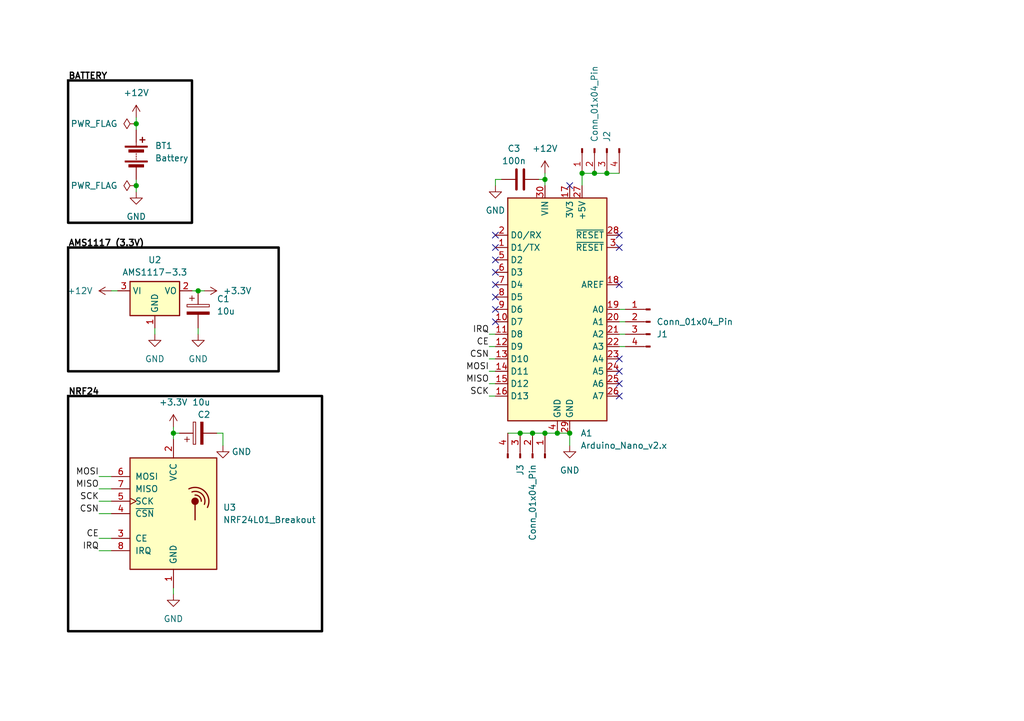
<source format=kicad_sch>
(kicad_sch (version 20230121) (generator eeschema)
  (paper "A5")
  (title_block (title "Arduino Nano Radio Transmitter") (date "2023-09-21") (rev "0") (company "N/A") (comment 1 "N/A"))
  (lib_symbols
    (symbol "Connector:Conn_01x04_Pin" (pin_names (offset 1.016) hide)
      (property "Reference" "J" (at 0 5.08 0))
      (property "Value" "Conn_01x04_Pin" (at 0 -7.62 0))
      (symbol "Conn_01x04_Pin_1_1"
        (polyline (pts (xy 1.27 -5.08) (xy 0.8636 -5.08)) (stroke (width 0.1524)))
        (polyline (pts (xy 1.27 -2.54) (xy 0.8636 -2.54)) (stroke (width 0.1524)))
        (polyline (pts (xy 1.27 0) (xy 0.8636 0)) (stroke (width 0.1524)))
        (polyline (pts (xy 1.27 2.54) (xy 0.8636 2.54)) (stroke (width 0.1524)))
        (rectangle (start 0.8636 -4.953) (end 0 -5.207) (stroke (width 0.1524)) (fill (type outline)))
        (rectangle (start 0.8636 -2.413) (end 0 -2.667) (stroke (width 0.1524)) (fill (type outline)))
        (rectangle (start 0.8636 0.127) (end 0 -0.127) (stroke (width 0.1524)) (fill (type outline)))
        (rectangle (start 0.8636 2.667) (end 0 2.413) (stroke (width 0.1524)) (fill (type outline)))
        (pin passive line (at 5.08 2.54 180) (length 3.81) (name "Pin_1") (number "1"))
        (pin passive line (at 5.08 0 180) (length 3.81) (name "Pin_2") (number "2"))
        (pin passive line (at 5.08 -2.54 180) (length 3.81) (name "Pin_3") (number "3"))
        (pin passive line (at 5.08 -5.08 180) (length 3.81) (name "Pin_4") (number "4"))
      )
    )
    (symbol "Device:Battery" (pin_numbers hide) (pin_names (offset 0) hide)
      (property "Reference" "BT" (at 2.54 2.54 0))
      (property "Value" "Battery" (at 2.54 0 0))
      (symbol "Battery_0_1"
        (rectangle (start -2.286 -1.27) (end 2.286 -1.524) (fill (type outline)))
        (rectangle (start -2.286 1.778) (end 2.286 1.524) (fill (type outline)))
        (rectangle (start -1.524 -2.032) (end 1.524 -2.54) (fill (type outline)))
        (rectangle (start -1.524 1.016) (end 1.524 0.508) (fill (type outline)))
        (polyline (pts (xy 0 -1.016) (xy 0 -0.762)))
        (polyline (pts (xy 0 -0.508) (xy 0 -0.254)))
        (polyline (pts (xy 0 0) (xy 0 0.254)))
        (polyline (pts (xy 0 1.778) (xy 0 2.54)))
        (polyline (pts (xy 0.762 3.048) (xy 1.778 3.048)) (stroke (width 0.254)))
        (polyline (pts (xy 1.27 3.556) (xy 1.27 2.54)) (stroke (width 0.254)))
      )
      (symbol "Battery_1_1"
        (pin passive line (at 0 5.08 270) (length 2.54) (name "+") (number "1"))
        (pin passive line (at 0 -5.08 90) (length 2.54) (name "-") (number "2"))
      )
    )
    (symbol "Device:C" (pin_numbers hide) (pin_names (offset 0.254))
      (property "Reference" "C" (at 0.635 2.54 0))
      (property "Value" "C" (at 0.635 -2.54 0))
      (symbol "C_0_1"
        (polyline (pts (xy -2.032 -0.762) (xy 2.032 -0.762)) (stroke (width 0.508)))
        (polyline (pts (xy -2.032 0.762) (xy 2.032 0.762)) (stroke (width 0.508)))
      )
      (symbol "C_1_1"
        (pin passive line (at 0 3.81 270) (length 2.794) (name "~") (number "1"))
        (pin passive line (at 0 -3.81 90) (length 2.794) (name "~") (number "2"))
      )
    )
    (symbol "Device:C_Polarized" (pin_numbers hide) (pin_names (offset 0.254))
      (property "Reference" "C" (at 0.635 2.54 0))
      (property "Value" "C_Polarized" (at 0.635 -2.54 0))
      (symbol "C_Polarized_0_1"
        (rectangle (start -2.286 0.508) (end 2.286 1.016))
        (polyline (pts (xy -1.778 2.286) (xy -0.762 2.286)))
        (polyline (pts (xy -1.27 2.794) (xy -1.27 1.778)))
        (rectangle (start 2.286 -0.508) (end -2.286 -1.016) (fill (type outline)))
      )
      (symbol "C_Polarized_1_1"
        (pin passive line (at 0 3.81 270) (length 2.794) (name "~") (number "1"))
        (pin passive line (at 0 -3.81 90) (length 2.794) (name "~") (number "2"))
      )
    )
    (symbol "MCU_Module:Arduino_Nano_v2.x"
      (property "Reference" "A" (at -10.16 23.495 0))
      (property "Value" "Arduino_Nano_v2.x" (at 5.08 -24.13 0))
      (symbol "Arduino_Nano_v2.x_0_1"
        (rectangle (start -10.16 22.86) (end 10.16 -22.86) (stroke (width 0.254)) (fill (type background)))
      )
      (symbol "Arduino_Nano_v2.x_1_1"
        (pin bidirectional line (at -12.7 12.7 0) (length 2.54) (name "D1/TX") (number "1"))
        (pin bidirectional line (at -12.7 -2.54 0) (length 2.54) (name "D7") (number "10"))
        (pin bidirectional line (at -12.7 -5.08 0) (length 2.54) (name "D8") (number "11"))
        (pin bidirectional line (at -12.7 -7.62 0) (length 2.54) (name "D9") (number "12"))
        (pin bidirectional line (at -12.7 -10.16 0) (length 2.54) (name "D10") (number "13"))
        (pin bidirectional line (at -12.7 -12.7 0) (length 2.54) (name "D11") (number "14"))
        (pin bidirectional line (at -12.7 -15.24 0) (length 2.54) (name "D12") (number "15"))
        (pin bidirectional line (at -12.7 -17.78 0) (length 2.54) (name "D13") (number "16"))
        (pin power_out line (at 2.54 25.4 270) (length 2.54) (name "3V3") (number "17"))
        (pin input line (at 12.7 5.08 180) (length 2.54) (name "AREF") (number "18"))
        (pin bidirectional line (at 12.7 0 180) (length 2.54) (name "A0") (number "19"))
        (pin bidirectional line (at -12.7 15.24 0) (length 2.54) (name "D0/RX") (number "2"))
        (pin bidirectional line (at 12.7 -2.54 180) (length 2.54) (name "A1") (number "20"))
        (pin bidirectional line (at 12.7 -5.08 180) (length 2.54) (name "A2") (number "21"))
        (pin bidirectional line (at 12.7 -7.62 180) (length 2.54) (name "A3") (number "22"))
        (pin bidirectional line (at 12.7 -10.16 180) (length 2.54) (name "A4") (number "23"))
        (pin bidirectional line (at 12.7 -12.7 180) (length 2.54) (name "A5") (number "24"))
        (pin bidirectional line (at 12.7 -15.24 180) (length 2.54) (name "A6") (number "25"))
        (pin bidirectional line (at 12.7 -17.78 180) (length 2.54) (name "A7") (number "26"))
        (pin power_out line (at 5.08 25.4 270) (length 2.54) (name "+5V") (number "27"))
        (pin input line (at 12.7 15.24 180) (length 2.54) (name "~{RESET}") (number "28"))
        (pin power_in line (at 2.54 -25.4 90) (length 2.54) (name "GND") (number "29"))
        (pin input line (at 12.7 12.7 180) (length 2.54) (name "~{RESET}") (number "3"))
        (pin power_in line (at -2.54 25.4 270) (length 2.54) (name "VIN") (number "30"))
        (pin power_in line (at 0 -25.4 90) (length 2.54) (name "GND") (number "4"))
        (pin bidirectional line (at -12.7 10.16 0) (length 2.54) (name "D2") (number "5"))
        (pin bidirectional line (at -12.7 7.62 0) (length 2.54) (name "D3") (number "6"))
        (pin bidirectional line (at -12.7 5.08 0) (length 2.54) (name "D4") (number "7"))
        (pin bidirectional line (at -12.7 2.54 0) (length 2.54) (name "D5") (number "8"))
        (pin bidirectional line (at -12.7 0 0) (length 2.54) (name "D6") (number "9"))
      )
    )
    (symbol "RF:NRF24L01_Breakout" (pin_names (offset 1.016))
      (property "Reference" "U" (at -8.89 12.7 0))
      (property "Value" "NRF24L01_Breakout" (at 3.81 12.7 0))
      (symbol "NRF24L01_Breakout_0_1"
        (rectangle (start -8.89 11.43) (end 8.89 -11.43) (stroke (width 0.254)) (fill (type background)))
        (polyline (pts (xy 4.445 1.905) (xy 4.445 -1.27)) (stroke (width 0.254)))
        (circle (center 4.445 2.54) (radius 0.635) (stroke (width 0.254)) (fill (type outline)))
        (arc (start 5.715 2.54) (mid 5.3521 3.4546) (end 4.445 3.81) (stroke (width 0.254)))
        (arc (start 6.35 1.905) (mid 5.8763 3.9854) (end 3.81 4.445) (stroke (width 0.254)))
        (arc (start 6.985 1.27) (mid 6.453 4.548) (end 3.175 5.08) (stroke (width 0.254)))
      )
      (symbol "NRF24L01_Breakout_1_1"
        (pin power_in line (at 0 -15.24 90) (length 3.81) (name "GND") (number "1"))
        (pin power_in line (at 0 15.24 270) (length 3.81) (name "VCC") (number "2"))
        (pin input line (at -12.7 -5.08 0) (length 3.81) (name "CE") (number "3"))
        (pin input line (at -12.7 0 0) (length 3.81) (name "~{CSN}") (number "4"))
        (pin input clock (at -12.7 2.54 0) (length 3.81) (name "SCK") (number "5"))
        (pin input line (at -12.7 7.62 0) (length 3.81) (name "MOSI") (number "6"))
        (pin output line (at -12.7 5.08 0) (length 3.81) (name "MISO") (number "7"))
        (pin output line (at -12.7 -7.62 0) (length 3.81) (name "IRQ") (number "8"))
      )
    )
    (symbol "Regulator_Linear:AMS1117-3.3"
      (property "Reference" "U" (at -3.81 3.175 0))
      (property "Value" "AMS1117-3.3" (at 0 3.175 0))
      (symbol "AMS1117-3.3_0_1"
        (rectangle (start -5.08 -5.08) (end 5.08 1.905) (stroke (width 0.254)) (fill (type background)))
      )
      (symbol "AMS1117-3.3_1_1"
        (pin power_in line (at 0 -7.62 90) (length 2.54) (name "GND") (number "1"))
        (pin power_out line (at 7.62 0 180) (length 2.54) (name "VO") (number "2"))
        (pin power_in line (at -7.62 0 0) (length 2.54) (name "VI") (number "3"))
      )
    )
    (symbol "power:+12V" (power) (pin_names (offset 0))
      (property "Value" "+12V" (at 0 3.556 0))
      (symbol "+12V_0_1"
        (polyline (pts (xy -0.762 1.27) (xy 0 2.54)))
        (polyline (pts (xy 0 0) (xy 0 2.54)))
        (polyline (pts (xy 0 2.54) (xy 0.762 1.27)))
      )
      (symbol "+12V_1_1"
        (pin power_in line (at 0 0 90) (length 0) hide (name "+12V") (number "1"))
      )
    )
    (symbol "power:+3.3V" (power) (pin_names (offset 0))
      (property "Value" "+3.3V" (at 0 3.556 0))
      (symbol "+3.3V_0_1"
        (polyline (pts (xy -0.762 1.27) (xy 0 2.54)))
        (polyline (pts (xy 0 0) (xy 0 2.54)))
        (polyline (pts (xy 0 2.54) (xy 0.762 1.27)))
      )
      (symbol "+3.3V_1_1"
        (pin power_in line (at 0 0 90) (length 0) hide (name "+3.3V") (number "1"))
      )
    )
    (symbol "power:GND" (power) (pin_names (offset 0))
      (property "Value" "GND" (at 0 -3.81 0))
      (symbol "GND_0_1"
        (polyline (pts (xy 0 0) (xy 0 -1.27) (xy 1.27 -1.27) (xy 0 -2.54) (xy -1.27 -1.27) (xy 0 -1.27)))
      )
      (symbol "GND_1_1"
        (pin power_in line (at 0 0 270) (length 0) hide (name "GND") (number "1"))
      )
    )
    (symbol "power:PWR_FLAG" (power) (pin_numbers hide) (pin_names (offset 0) hide)
      (property "Value" "PWR_FLAG" (at 0 3.81 0))
      (symbol "PWR_FLAG_0_0"
        (pin power_out line (at 0 0 90) (length 0) (name "pwr") (number "1"))
      )
      (symbol "PWR_FLAG_0_1"
        (polyline (pts (xy 0 0) (xy 0 1.27) (xy -1.016 1.905) (xy 0 2.54) (xy 1.016 1.905) (xy 0 1.27)))
      )
    )
  )
  (junction (at 109.22 88.9))
  (junction (at 116.84 88.9))
  (junction (at 114.3 88.9))
  (junction (at 119.38 35.56))
  (junction (at 40.64 59.69))
  (junction (at 121.92 35.56))
  (junction (at 124.46 35.56))
  (junction (at 27.94 38.1))
  (junction (at 27.94 25.4))
  (junction (at 35.56 88.9))
  (junction (at 106.68 88.9))
  (junction (at 111.76 88.9))
  (junction (at 111.76 36.83))
  (no_connect (at 101.6 58.42))
  (no_connect (at 101.6 66.04))
  (no_connect (at 101.6 63.5))
  (no_connect (at 127 76.2))
  (no_connect (at 127 50.8))
  (no_connect (at 101.6 50.8))
  (no_connect (at 101.6 53.34))
  (no_connect (at 101.6 60.96))
  (no_connect (at 101.6 48.26))
  (no_connect (at 127 73.66))
  (no_connect (at 127 48.26))
  (no_connect (at 127 58.42))
  (no_connect (at 116.84 38.1))
  (no_connect (at 127 78.74))
  (no_connect (at 127 81.28))
  (no_connect (at 101.6 55.88))
  (wire (pts (xy 119.38 35.56) (xy 119.38 38.1)))
  (wire (pts (xy 20.32 105.41) (xy 22.86 105.41)))
  (wire (pts (xy 40.64 59.69) (xy 41.91 59.69)))
  (wire (pts (xy 44.45 88.9) (xy 45.72 88.9)))
  (wire (pts (xy 116.84 88.9) (xy 116.84 91.44)))
  (wire (pts (xy 20.32 110.49) (xy 22.86 110.49)))
  (wire (pts (xy 100.33 76.2) (xy 101.6 76.2)))
  (wire (pts (xy 119.38 35.56) (xy 121.92 35.56)))
  (wire (pts (xy 20.32 97.79) (xy 22.86 97.79)))
  (wire (pts (xy 110.49 36.83) (xy 111.76 36.83)))
  (wire (pts (xy 20.32 113.03) (xy 22.86 113.03)))
  (wire (pts (xy 27.94 38.1) (xy 27.94 39.37)))
  (wire (pts (xy 111.76 88.9) (xy 109.22 88.9)))
  (wire (pts (xy 100.33 73.66) (xy 101.6 73.66)))
  (wire (pts (xy 111.76 88.9) (xy 114.3 88.9)))
  (wire (pts (xy 111.76 35.56) (xy 111.76 36.83)))
  (wire (pts (xy 127 63.5) (xy 128.27 63.5)))
  (wire (pts (xy 127 68.58) (xy 128.27 68.58)))
  (wire (pts (xy 114.3 88.9) (xy 116.84 88.9)))
  (wire (pts (xy 100.33 68.58) (xy 101.6 68.58)))
  (wire (pts (xy 27.94 25.4) (xy 27.94 26.67)))
  (wire (pts (xy 39.37 59.69) (xy 40.64 59.69)))
  (wire (pts (xy 111.76 36.83) (xy 111.76 38.1)))
  (wire (pts (xy 27.94 24.13) (xy 27.94 25.4)))
  (wire (pts (xy 127 71.12) (xy 128.27 71.12)))
  (wire (pts (xy 35.56 88.9) (xy 35.56 90.17)))
  (wire (pts (xy 35.56 88.9) (xy 36.83 88.9)))
  (wire (pts (xy 102.87 36.83) (xy 101.6 36.83)))
  (wire (pts (xy 127 66.04) (xy 128.27 66.04)))
  (wire (pts (xy 101.6 36.83) (xy 101.6 38.1)))
  (wire (pts (xy 20.32 100.33) (xy 22.86 100.33)))
  (wire (pts (xy 31.75 67.31) (xy 31.75 68.58)))
  (wire (pts (xy 106.68 88.9) (xy 104.14 88.9)))
  (wire (pts (xy 40.64 68.58) (xy 40.64 67.31)))
  (wire (pts (xy 100.33 81.28) (xy 101.6 81.28)))
  (wire (pts (xy 121.92 35.56) (xy 124.46 35.56)))
  (wire (pts (xy 100.33 71.12) (xy 101.6 71.12)))
  (wire (pts (xy 20.32 102.87) (xy 22.86 102.87)))
  (wire (pts (xy 109.22 88.9) (xy 106.68 88.9)))
  (wire (pts (xy 35.56 87.63) (xy 35.56 88.9)))
  (wire (pts (xy 124.46 35.56) (xy 127 35.56)))
  (wire (pts (xy 27.94 36.83) (xy 27.94 38.1)))
  (wire (pts (xy 45.72 88.9) (xy 45.72 91.44)))
  (wire (pts (xy 35.56 120.65) (xy 35.56 121.92)))
  (wire (pts (xy 22.86 59.69) (xy 24.13 59.69)))
  (wire (pts (xy 100.33 78.74) (xy 101.6 78.74)))
  (rectangle (start 13.97 81.28) (end 66.04 129.54) (stroke (width 0.5) (color 0 0 0 1)))
  (rectangle (start 13.97 50.8) (end 57.15 76.2) (stroke (width 0.5) (color 0 0 0 1)))
  (rectangle (start 13.97 16.51) (end 39.37 45.72) (stroke (width 0.5) (color 0 0 0 1)))
  (text "BATTERY" (at 13.97 16.51 0) (effects (font (size 1.27 1.27) (thickness 0.254) bold) (justify left bottom)))
  (text "NRF24" (at 13.97 81.28 0) (effects (font (size 1.27 1.27) (thickness 0.254) bold) (justify left bottom)))
  (text "AMS1117 (3.3V)" (at 13.97 50.8 0) (effects (font (size 1.27 1.27) (thickness 0.254) bold) (justify left bottom)))
  (label "MOSI" (at 20.32 97.79 180))
  (label "SCK" (at 100.33 81.28 180))
  (label "IRQ" (at 100.33 68.58 180))
  (label "IRQ" (at 20.32 113.03 180))
  (label "MISO" (at 20.32 100.33 180))
  (label "CSN" (at 20.32 105.41 180))
  (label "CE" (at 100.33 71.12 180))
  (label "MOSI" (at 100.33 76.2 180))
  (label "CSN" (at 100.33 73.66 180))
  (label "CE" (at 20.32 110.49 180))
  (label "MISO" (at 100.33 78.74 180))
  (label "SCK" (at 20.32 102.87 180))
  (symbol (lib_id "power:+12V") (at 111.76 35.56 0) (unit 1)
    (property "Reference" "#PWR09" (effects hide))
    (property "Value" "+12V" (at 111.76 30.48 0))
  )
  (symbol (lib_id "Regulator_Linear:AMS1117-3.3") (at 31.75 59.69 0) (unit 1)
    (property "Reference" "U2" (at 31.75 53.34 0))
    (property "Value" "AMS1117-3.3" (at 31.75 55.88 0))
    (property "Footprint" "Connector_PinSocket_2.54mm:PinSocket_1x03_P2.54mm_Vertical" (effects hide))
    (property "Datasheet" "http://www.advanced-monolithic.com/pdf/ds1117.pdf" (effects hide))
  )
  (symbol (lib_id "power:GND") (at 27.94 39.37 0) (unit 1)
    (property "Reference" "#PWR02" (effects hide))
    (property "Value" "GND" (at 27.94 44.45 0))
  )
  (symbol (lib_id "power:GND") (at 31.75 68.58 0) (unit 1)
    (property "Reference" "#PWR03" (effects hide))
    (property "Value" "GND" (at 31.75 73.66 0))
  )
  (symbol (lib_id "Device:Battery") (at 27.94 31.75 0) (unit 1)
    (property "Reference" "BT1" (at 31.75 29.9085 0) (effects (justify left)))
    (property "Value" "Battery" (at 31.75 32.4485 0) (effects (justify left)))
    (property "Footprint" "Connector_PinHeader_2.54mm:PinHeader_1x02_P2.54mm_Vertical" (effects hide))
  )
  (symbol (lib_id "Device:C") (at 106.68 36.83 90) (unit 1)
    (property "Reference" "C3" (at 105.41 30.48 90))
    (property "Value" "100n" (at 105.41 33.02 90))
    (property "Footprint" "Capacitor_THT:C_Disc_D3.0mm_W1.6mm_P2.50mm" (effects hide))
  )
  (symbol (lib_id "power:GND") (at 45.72 91.44 0) (unit 1)
    (property "Reference" "#PWR011" (effects hide))
    (property "Value" "GND" (at 49.53 92.71 0))
  )
  (symbol (lib_id "power:GND") (at 35.56 121.92 0) (unit 1)
    (property "Reference" "#PWR06" (effects hide))
    (property "Value" "GND" (at 35.56 127 0))
  )
  (symbol (lib_id "Device:C_Polarized") (at 40.64 88.9 90) (unit 1)
    (property "Reference" "C2" (at 43.18 85.09 90) (effects (justify left)))
    (property "Value" "10u" (at 43.18 82.55 90) (effects (justify left)))
    (property "Footprint" "Capacitor_THT:CP_Radial_D4.0mm_P1.50mm" (effects hide))
  )
  (symbol (lib_id "power:GND") (at 116.84 91.44 0) (unit 1)
    (property "Reference" "#PWR07" (effects hide))
    (property "Value" "GND" (at 116.84 96.52 0))
  )
  (symbol (lib_id "power:+3.3V") (at 35.56 87.63 0) (unit 1)
    (property "Reference" "#PWR05" (effects hide))
    (property "Value" "+3.3V" (at 35.56 82.55 0))
  )
  (symbol (lib_id "power:PWR_FLAG") (at 27.94 38.1 90) (unit 1)
    (property "Reference" "#FLG02" (effects hide))
    (property "Value" "PWR_FLAG" (at 24.13 38.1 90) (effects (justify left)))
  )
  (symbol (lib_id "Device:C_Polarized") (at 40.64 63.5 0) (unit 1)
    (property "Reference" "C1" (at 44.45 61.341 0) (effects (justify left)))
    (property "Value" "10u" (at 44.45 63.881 0) (effects (justify left)))
    (property "Footprint" "Capacitor_THT:CP_Radial_D4.0mm_P1.50mm" (effects hide))
  )
  (symbol (lib_id "power:+3.3V") (at 41.91 59.69 270) (unit 1)
    (property "Reference" "#PWR04" (effects hide))
    (property "Value" "+3.3V" (at 45.72 59.69 90) (effects (justify left)))
  )
  (symbol (lib_id "Connector:Conn_01x04_Pin") (at 133.35 66.04 0) (mirror y) (unit 1)
    (property "Reference" "J1" (at 134.62 68.58 0) (effects (justify right)))
    (property "Value" "Conn_01x04_Pin" (at 134.62 66.04 0) (effects (justify right)))
    (property "Footprint" "Connector_PinHeader_2.54mm:PinHeader_1x04_P2.54mm_Vertical" (effects hide))
  )
  (symbol (lib_id "Connector:Conn_01x04_Pin") (at 121.92 30.48 90) (mirror x) (unit 1)
    (property "Reference" "J2" (at 124.46 29.21 0) (effects (justify right)))
    (property "Value" "Conn_01x04_Pin" (at 121.92 29.21 0) (effects (justify right)))
    (property "Footprint" "Connector_PinHeader_2.54mm:PinHeader_1x04_P2.54mm_Vertical" (effects hide))
  )
  (symbol (lib_id "power:+12V") (at 22.86 59.69 90) (unit 1)
    (property "Reference" "#PWR08" (effects hide))
    (property "Value" "+12V" (at 19.05 59.69 90) (effects (justify left)))
  )
  (symbol (lib_id "Connector:Conn_01x04_Pin") (at 109.22 93.98 270) (mirror x) (unit 1)
    (property "Reference" "J3" (at 106.68 95.25 0) (effects (justify right)))
    (property "Value" "Conn_01x04_Pin" (at 109.22 95.25 0) (effects (justify right)))
    (property "Footprint" "Connector_PinHeader_2.54mm:PinHeader_1x04_P2.54mm_Vertical" (effects hide))
  )
  (symbol (lib_id "power:PWR_FLAG") (at 27.94 25.4 90) (unit 1)
    (property "Reference" "#FLG01" (effects hide))
    (property "Value" "PWR_FLAG" (at 24.13 25.4 90) (effects (justify left)))
  )
  (symbol (lib_id "power:+12V") (at 27.94 24.13 0) (unit 1)
    (property "Reference" "#PWR01" (effects hide))
    (property "Value" "+12V" (at 27.94 19.05 0))
  )
  (symbol (lib_id "power:GND") (at 101.6 38.1 0) (unit 1)
    (property "Reference" "#PWR012" (effects hide))
    (property "Value" "GND" (at 101.6 43.18 0))
  )
  (symbol (lib_id "MCU_Module:Arduino_Nano_v2.x") (at 114.3 63.5 0) (unit 1)
    (property "Reference" "A1" (at 119.0341 88.9 0) (effects (justify left)))
    (property "Value" "Arduino_Nano_v2.x" (at 119.0341 91.44 0) (effects (justify left)))
    (property "Footprint" "Module:Arduino_Nano" (effects hide))
    (property "Datasheet" "https://www.arduino.cc/en/uploads/Main/ArduinoNanoManual23.pdf" (effects hide))
  )
  (symbol (lib_id "power:GND") (at 40.64 68.58 0) (unit 1)
    (property "Reference" "#PWR010" (effects hide))
    (property "Value" "GND" (at 40.64 73.66 0))
  )
  (symbol (lib_id "RF:NRF24L01_Breakout") (at 35.56 105.41 0) (unit 1)
    (property "Reference" "U3" (at 45.72 104.14 0) (effects (justify left)))
    (property "Value" "NRF24L01_Breakout" (at 45.72 106.68 0) (effects (justify left)))
    (property "Footprint" "RF_Module:nRF24L01_Breakout" (effects hide))
    (property "Datasheet" "http://www.nordicsemi.com/eng/content/download/2730/34105/file/nRF24L01_Product_Specification_v2_0.pdf" (effects hide))
  )
)
</source>
